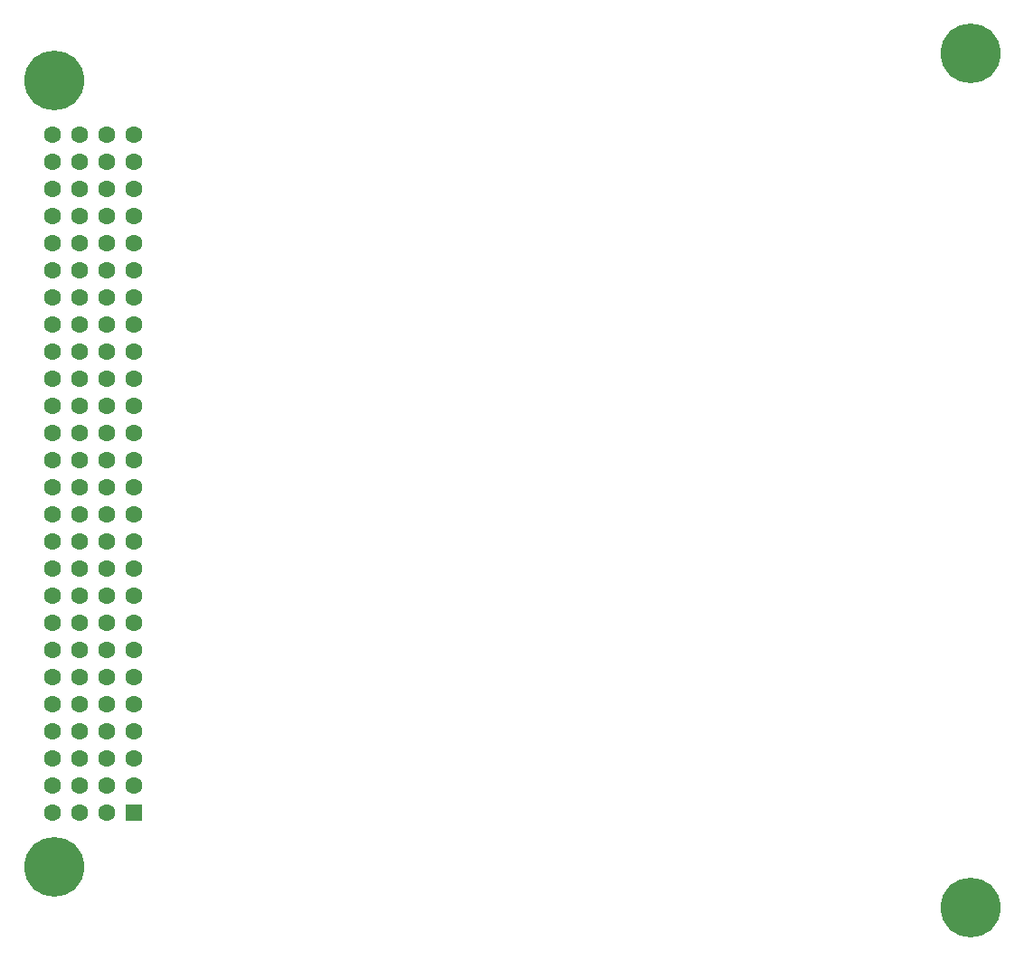
<source format=gbs>
%TF.GenerationSoftware,KiCad,Pcbnew,(6.0.7)*%
%TF.CreationDate,2022-08-26T15:30:49+08:00*%
%TF.ProjectId,adapter_board,61646170-7465-4725-9f62-6f6172642e6b,rev?*%
%TF.SameCoordinates,Original*%
%TF.FileFunction,Soldermask,Bot*%
%TF.FilePolarity,Negative*%
%FSLAX46Y46*%
G04 Gerber Fmt 4.6, Leading zero omitted, Abs format (unit mm)*
G04 Created by KiCad (PCBNEW (6.0.7)) date 2022-08-26 15:30:49*
%MOMM*%
%LPD*%
G01*
G04 APERTURE LIST*
%ADD10C,5.600000*%
%ADD11R,1.600000X1.600000*%
%ADD12C,1.600000*%
G04 APERTURE END LIST*
D10*
%TO.C,H3*%
X198913344Y-52813223D03*
%TD*%
D11*
%TO.C,U1*%
X120670000Y-123950000D03*
D12*
X118130000Y-123950000D03*
X120670000Y-121410000D03*
X118130000Y-121410000D03*
X120670000Y-118870000D03*
X118130000Y-118870000D03*
X120670000Y-116330000D03*
X118130000Y-116330000D03*
X120670000Y-113790000D03*
X118130000Y-113790000D03*
X120670000Y-111250000D03*
X118130000Y-111250000D03*
X120670000Y-108710000D03*
X118130000Y-108710000D03*
X120670000Y-106170000D03*
X118130000Y-106170000D03*
X120670000Y-103630000D03*
X118130000Y-103630000D03*
X120670000Y-101090000D03*
X118130000Y-101090000D03*
X120670000Y-98550000D03*
X118130000Y-98550000D03*
X120670000Y-96010000D03*
X118130000Y-96010000D03*
X120670000Y-93470000D03*
X118130000Y-93470000D03*
X120670000Y-90930000D03*
X118130000Y-90930000D03*
X120670000Y-88390000D03*
X118130000Y-88390000D03*
X120670000Y-85850000D03*
X118130000Y-85850000D03*
X120670000Y-83310000D03*
X118130000Y-83310000D03*
X120670000Y-80770000D03*
X118130000Y-80770000D03*
X120670000Y-78230000D03*
X118130000Y-78230000D03*
X120670000Y-75690000D03*
X118130000Y-75690000D03*
X120670000Y-73150000D03*
X118130000Y-73150000D03*
X120670000Y-70610000D03*
X118130000Y-70610000D03*
X120670000Y-68070000D03*
X118130000Y-68070000D03*
X120670000Y-65530000D03*
X118130000Y-65530000D03*
X120670000Y-62990000D03*
X118130000Y-62990000D03*
X120670000Y-60450000D03*
X118130000Y-60450000D03*
X115590000Y-123950000D03*
X113050000Y-123950000D03*
X115590000Y-121410000D03*
X113050000Y-121410000D03*
X115590000Y-118870000D03*
X113050000Y-118870000D03*
X115590000Y-116330000D03*
X113050000Y-116330000D03*
X115590000Y-113790000D03*
X113050000Y-113790000D03*
X115590000Y-111250000D03*
X113050000Y-111250000D03*
X115590000Y-108710000D03*
X113050000Y-108710000D03*
X115590000Y-106170000D03*
X113050000Y-106170000D03*
X115590000Y-103630000D03*
X113050000Y-103630000D03*
X115590000Y-101090000D03*
X113050000Y-101090000D03*
X115590000Y-98550000D03*
X113050000Y-98550000D03*
X115590000Y-96010000D03*
X113050000Y-96010000D03*
X115590000Y-93470000D03*
X113050000Y-93470000D03*
X115590000Y-90930000D03*
X113050000Y-90930000D03*
X115590000Y-88390000D03*
X113050000Y-88390000D03*
X115590000Y-85850000D03*
X113050000Y-85850000D03*
X115590000Y-83310000D03*
X113050000Y-83310000D03*
X115590000Y-80770000D03*
X113050000Y-80770000D03*
X115590000Y-78230000D03*
X113050000Y-78230000D03*
X115590000Y-75690000D03*
X113050000Y-75690000D03*
X115590000Y-73150000D03*
X113050000Y-73150000D03*
X115590000Y-70610000D03*
X113050000Y-70610000D03*
X115590000Y-68070000D03*
X113050000Y-68070000D03*
X115590000Y-65530000D03*
X113050000Y-65530000D03*
X115590000Y-62990000D03*
X113050000Y-62990000D03*
X115590000Y-60450000D03*
X113050000Y-60450000D03*
%TD*%
D10*
%TO.C,H2*%
X113183344Y-129013223D03*
%TD*%
%TO.C,H1*%
X113183344Y-55353223D03*
%TD*%
%TO.C,H4*%
X198913344Y-132823222D03*
%TD*%
M02*

</source>
